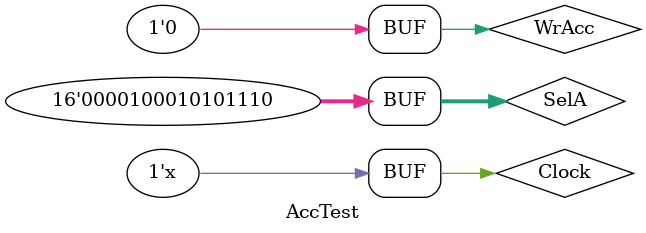
<source format=v>
`timescale 1ns / 1ps


module AccTest;

	// Inputs
	reg [15:0] SelA;
	reg WrAcc;
	reg Clock;

	// Outputs
	wire [15:0] AccOut;

	// Instantiate the Unit Under Test (UUT)
	Acc uut (
		.SelA(SelA), 
		.WrAcc(WrAcc), 
		.Clock(Clock), 
		.AccOut(AccOut)
	);

	initial begin
		// Initialize Inputs
		SelA = 0;
		WrAcc = 0;
		Clock=0;

		// Wait 100 ns for global reset to finish
		#100;
        
		SelA = 247;
		
		#100;
		
		WrAcc = 1;
		
		#100;
		
		SelA = 2222;
		
		#50
		WrAcc=0;

	end
	
	always
	begin
		#10 
		Clock = ~Clock;
	end 
      
endmodule


</source>
